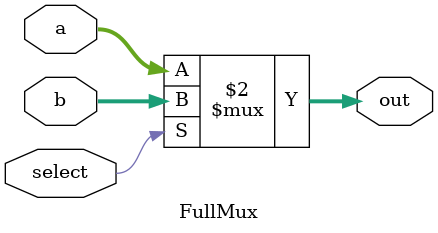
<source format=v>
module FullMux(
    input [31:0] a, b,
	input select,
	output [31:0] out
    );
    

    assign out = (select == 0) ?  a : b;

    
endmodule

</source>
